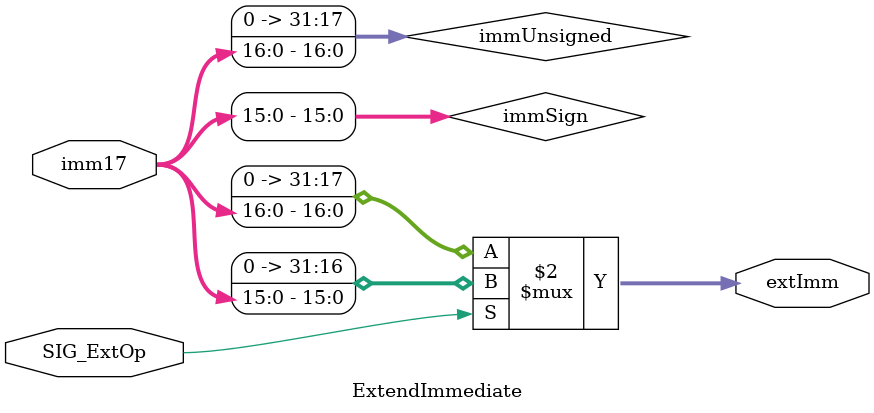
<source format=sv>
`timescale 1 ps / 100 fs


module ExtendImmediate(
    output wire [31:0] extImm,
    input wire [16:0] imm17,
    input wire SIG_ExtOp,
);
    wire [15:0] immSign;
    wire [31:0] immUnsigned;

    assign immSign = {{16{imm17[16]}}, imm17};
    assign immUnsigned = {16'b0, imm17};

    assign extImm = SIG_ExtOp ? immSign : immUnsigned;
endmodule

</source>
